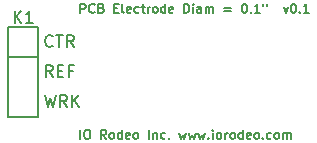
<source format=gto>
G04 (created by PCBNEW (2013-jul-07)-stable) date Sun 25 Jun 2017 04:49:44 PM PDT*
%MOIN*%
G04 Gerber Fmt 3.4, Leading zero omitted, Abs format*
%FSLAX34Y34*%
G01*
G70*
G90*
G04 APERTURE LIST*
%ADD10C,0.00590551*%
%ADD11C,0.008*%
%ADD12C,0.005*%
%ADD13C,0.006*%
G04 APERTURE END LIST*
G54D10*
G54D11*
X21728Y-23261D02*
X21823Y-23661D01*
X21900Y-23376D01*
X21976Y-23661D01*
X22071Y-23261D01*
X22452Y-23661D02*
X22319Y-23471D01*
X22223Y-23661D02*
X22223Y-23261D01*
X22376Y-23261D01*
X22414Y-23280D01*
X22433Y-23300D01*
X22452Y-23338D01*
X22452Y-23395D01*
X22433Y-23433D01*
X22414Y-23452D01*
X22376Y-23471D01*
X22223Y-23471D01*
X22623Y-23661D02*
X22623Y-23261D01*
X22852Y-23661D02*
X22680Y-23433D01*
X22852Y-23261D02*
X22623Y-23490D01*
X21971Y-22661D02*
X21838Y-22471D01*
X21742Y-22661D02*
X21742Y-22261D01*
X21895Y-22261D01*
X21933Y-22280D01*
X21952Y-22300D01*
X21971Y-22338D01*
X21971Y-22395D01*
X21952Y-22433D01*
X21933Y-22452D01*
X21895Y-22471D01*
X21742Y-22471D01*
X22142Y-22452D02*
X22276Y-22452D01*
X22333Y-22661D02*
X22142Y-22661D01*
X22142Y-22261D01*
X22333Y-22261D01*
X22638Y-22452D02*
X22504Y-22452D01*
X22504Y-22661D02*
X22504Y-22261D01*
X22695Y-22261D01*
X21971Y-21623D02*
X21952Y-21642D01*
X21895Y-21661D01*
X21857Y-21661D01*
X21800Y-21642D01*
X21761Y-21604D01*
X21742Y-21566D01*
X21723Y-21490D01*
X21723Y-21433D01*
X21742Y-21357D01*
X21761Y-21319D01*
X21800Y-21280D01*
X21857Y-21261D01*
X21895Y-21261D01*
X21952Y-21280D01*
X21971Y-21300D01*
X22085Y-21261D02*
X22314Y-21261D01*
X22200Y-21661D02*
X22200Y-21261D01*
X22676Y-21661D02*
X22542Y-21471D01*
X22447Y-21661D02*
X22447Y-21261D01*
X22600Y-21261D01*
X22638Y-21280D01*
X22657Y-21300D01*
X22676Y-21338D01*
X22676Y-21395D01*
X22657Y-21433D01*
X22638Y-21452D01*
X22600Y-21471D01*
X22447Y-21471D01*
G54D12*
X22892Y-24721D02*
X22892Y-24421D01*
X23092Y-24421D02*
X23149Y-24421D01*
X23178Y-24435D01*
X23207Y-24464D01*
X23221Y-24521D01*
X23221Y-24621D01*
X23207Y-24678D01*
X23178Y-24707D01*
X23149Y-24721D01*
X23092Y-24721D01*
X23064Y-24707D01*
X23035Y-24678D01*
X23021Y-24621D01*
X23021Y-24521D01*
X23035Y-24464D01*
X23064Y-24435D01*
X23092Y-24421D01*
X23749Y-24721D02*
X23649Y-24578D01*
X23578Y-24721D02*
X23578Y-24421D01*
X23692Y-24421D01*
X23721Y-24435D01*
X23735Y-24450D01*
X23749Y-24478D01*
X23749Y-24521D01*
X23735Y-24550D01*
X23721Y-24564D01*
X23692Y-24578D01*
X23578Y-24578D01*
X23921Y-24721D02*
X23892Y-24707D01*
X23878Y-24692D01*
X23864Y-24664D01*
X23864Y-24578D01*
X23878Y-24550D01*
X23892Y-24535D01*
X23921Y-24521D01*
X23964Y-24521D01*
X23992Y-24535D01*
X24007Y-24550D01*
X24021Y-24578D01*
X24021Y-24664D01*
X24007Y-24692D01*
X23992Y-24707D01*
X23964Y-24721D01*
X23921Y-24721D01*
X24278Y-24721D02*
X24278Y-24421D01*
X24278Y-24707D02*
X24249Y-24721D01*
X24192Y-24721D01*
X24164Y-24707D01*
X24149Y-24692D01*
X24135Y-24664D01*
X24135Y-24578D01*
X24149Y-24550D01*
X24164Y-24535D01*
X24192Y-24521D01*
X24249Y-24521D01*
X24278Y-24535D01*
X24535Y-24707D02*
X24507Y-24721D01*
X24449Y-24721D01*
X24421Y-24707D01*
X24407Y-24678D01*
X24407Y-24564D01*
X24421Y-24535D01*
X24449Y-24521D01*
X24507Y-24521D01*
X24535Y-24535D01*
X24549Y-24564D01*
X24549Y-24592D01*
X24407Y-24621D01*
X24721Y-24721D02*
X24692Y-24707D01*
X24678Y-24692D01*
X24664Y-24664D01*
X24664Y-24578D01*
X24678Y-24550D01*
X24692Y-24535D01*
X24721Y-24521D01*
X24764Y-24521D01*
X24792Y-24535D01*
X24807Y-24550D01*
X24821Y-24578D01*
X24821Y-24664D01*
X24807Y-24692D01*
X24792Y-24707D01*
X24764Y-24721D01*
X24721Y-24721D01*
X25178Y-24721D02*
X25178Y-24421D01*
X25321Y-24521D02*
X25321Y-24721D01*
X25321Y-24550D02*
X25335Y-24535D01*
X25364Y-24521D01*
X25407Y-24521D01*
X25435Y-24535D01*
X25449Y-24564D01*
X25449Y-24721D01*
X25721Y-24707D02*
X25692Y-24721D01*
X25635Y-24721D01*
X25607Y-24707D01*
X25592Y-24692D01*
X25578Y-24664D01*
X25578Y-24578D01*
X25592Y-24550D01*
X25607Y-24535D01*
X25635Y-24521D01*
X25692Y-24521D01*
X25721Y-24535D01*
X25850Y-24692D02*
X25864Y-24707D01*
X25850Y-24721D01*
X25835Y-24707D01*
X25850Y-24692D01*
X25850Y-24721D01*
X26192Y-24521D02*
X26249Y-24721D01*
X26307Y-24578D01*
X26364Y-24721D01*
X26421Y-24521D01*
X26507Y-24521D02*
X26564Y-24721D01*
X26621Y-24578D01*
X26678Y-24721D01*
X26735Y-24521D01*
X26821Y-24521D02*
X26878Y-24721D01*
X26935Y-24578D01*
X26992Y-24721D01*
X27050Y-24521D01*
X27164Y-24692D02*
X27178Y-24707D01*
X27164Y-24721D01*
X27150Y-24707D01*
X27164Y-24692D01*
X27164Y-24721D01*
X27307Y-24721D02*
X27307Y-24521D01*
X27307Y-24421D02*
X27292Y-24435D01*
X27307Y-24450D01*
X27321Y-24435D01*
X27307Y-24421D01*
X27307Y-24450D01*
X27492Y-24721D02*
X27464Y-24707D01*
X27450Y-24692D01*
X27435Y-24664D01*
X27435Y-24578D01*
X27450Y-24550D01*
X27464Y-24535D01*
X27492Y-24521D01*
X27535Y-24521D01*
X27564Y-24535D01*
X27578Y-24550D01*
X27592Y-24578D01*
X27592Y-24664D01*
X27578Y-24692D01*
X27564Y-24707D01*
X27535Y-24721D01*
X27492Y-24721D01*
X27721Y-24721D02*
X27721Y-24521D01*
X27721Y-24578D02*
X27735Y-24550D01*
X27750Y-24535D01*
X27778Y-24521D01*
X27807Y-24521D01*
X27950Y-24721D02*
X27921Y-24707D01*
X27907Y-24692D01*
X27892Y-24664D01*
X27892Y-24578D01*
X27907Y-24550D01*
X27921Y-24535D01*
X27950Y-24521D01*
X27992Y-24521D01*
X28021Y-24535D01*
X28035Y-24550D01*
X28050Y-24578D01*
X28050Y-24664D01*
X28035Y-24692D01*
X28021Y-24707D01*
X27992Y-24721D01*
X27950Y-24721D01*
X28307Y-24721D02*
X28307Y-24421D01*
X28307Y-24707D02*
X28278Y-24721D01*
X28221Y-24721D01*
X28192Y-24707D01*
X28178Y-24692D01*
X28164Y-24664D01*
X28164Y-24578D01*
X28178Y-24550D01*
X28192Y-24535D01*
X28221Y-24521D01*
X28278Y-24521D01*
X28307Y-24535D01*
X28564Y-24707D02*
X28535Y-24721D01*
X28478Y-24721D01*
X28450Y-24707D01*
X28435Y-24678D01*
X28435Y-24564D01*
X28450Y-24535D01*
X28478Y-24521D01*
X28535Y-24521D01*
X28564Y-24535D01*
X28578Y-24564D01*
X28578Y-24592D01*
X28435Y-24621D01*
X28750Y-24721D02*
X28721Y-24707D01*
X28707Y-24692D01*
X28692Y-24664D01*
X28692Y-24578D01*
X28707Y-24550D01*
X28721Y-24535D01*
X28750Y-24521D01*
X28792Y-24521D01*
X28821Y-24535D01*
X28835Y-24550D01*
X28850Y-24578D01*
X28850Y-24664D01*
X28835Y-24692D01*
X28821Y-24707D01*
X28792Y-24721D01*
X28750Y-24721D01*
X28978Y-24692D02*
X28992Y-24707D01*
X28978Y-24721D01*
X28964Y-24707D01*
X28978Y-24692D01*
X28978Y-24721D01*
X29250Y-24707D02*
X29221Y-24721D01*
X29164Y-24721D01*
X29135Y-24707D01*
X29121Y-24692D01*
X29107Y-24664D01*
X29107Y-24578D01*
X29121Y-24550D01*
X29135Y-24535D01*
X29164Y-24521D01*
X29221Y-24521D01*
X29250Y-24535D01*
X29421Y-24721D02*
X29392Y-24707D01*
X29378Y-24692D01*
X29364Y-24664D01*
X29364Y-24578D01*
X29378Y-24550D01*
X29392Y-24535D01*
X29421Y-24521D01*
X29464Y-24521D01*
X29492Y-24535D01*
X29507Y-24550D01*
X29521Y-24578D01*
X29521Y-24664D01*
X29507Y-24692D01*
X29492Y-24707D01*
X29464Y-24721D01*
X29421Y-24721D01*
X29650Y-24721D02*
X29650Y-24521D01*
X29650Y-24550D02*
X29664Y-24535D01*
X29692Y-24521D01*
X29735Y-24521D01*
X29764Y-24535D01*
X29778Y-24564D01*
X29778Y-24721D01*
X29778Y-24564D02*
X29792Y-24535D01*
X29821Y-24521D01*
X29864Y-24521D01*
X29892Y-24535D01*
X29907Y-24564D01*
X29907Y-24721D01*
X22900Y-20521D02*
X22900Y-20221D01*
X23014Y-20221D01*
X23042Y-20235D01*
X23057Y-20250D01*
X23071Y-20278D01*
X23071Y-20321D01*
X23057Y-20350D01*
X23042Y-20364D01*
X23014Y-20378D01*
X22900Y-20378D01*
X23371Y-20492D02*
X23357Y-20507D01*
X23314Y-20521D01*
X23285Y-20521D01*
X23242Y-20507D01*
X23214Y-20478D01*
X23200Y-20450D01*
X23185Y-20392D01*
X23185Y-20350D01*
X23200Y-20292D01*
X23214Y-20264D01*
X23242Y-20235D01*
X23285Y-20221D01*
X23314Y-20221D01*
X23357Y-20235D01*
X23371Y-20250D01*
X23600Y-20364D02*
X23642Y-20378D01*
X23657Y-20392D01*
X23671Y-20421D01*
X23671Y-20464D01*
X23657Y-20492D01*
X23642Y-20507D01*
X23614Y-20521D01*
X23500Y-20521D01*
X23500Y-20221D01*
X23600Y-20221D01*
X23628Y-20235D01*
X23642Y-20250D01*
X23657Y-20278D01*
X23657Y-20307D01*
X23642Y-20335D01*
X23628Y-20350D01*
X23600Y-20364D01*
X23500Y-20364D01*
X24028Y-20364D02*
X24128Y-20364D01*
X24171Y-20521D02*
X24028Y-20521D01*
X24028Y-20221D01*
X24171Y-20221D01*
X24342Y-20521D02*
X24314Y-20507D01*
X24300Y-20478D01*
X24300Y-20221D01*
X24571Y-20507D02*
X24542Y-20521D01*
X24485Y-20521D01*
X24457Y-20507D01*
X24442Y-20478D01*
X24442Y-20364D01*
X24457Y-20335D01*
X24485Y-20321D01*
X24542Y-20321D01*
X24571Y-20335D01*
X24585Y-20364D01*
X24585Y-20392D01*
X24442Y-20421D01*
X24842Y-20507D02*
X24814Y-20521D01*
X24757Y-20521D01*
X24728Y-20507D01*
X24714Y-20492D01*
X24700Y-20464D01*
X24700Y-20378D01*
X24714Y-20350D01*
X24728Y-20335D01*
X24757Y-20321D01*
X24814Y-20321D01*
X24842Y-20335D01*
X24928Y-20321D02*
X25042Y-20321D01*
X24971Y-20221D02*
X24971Y-20478D01*
X24985Y-20507D01*
X25014Y-20521D01*
X25042Y-20521D01*
X25142Y-20521D02*
X25142Y-20321D01*
X25142Y-20378D02*
X25157Y-20350D01*
X25171Y-20335D01*
X25200Y-20321D01*
X25228Y-20321D01*
X25371Y-20521D02*
X25342Y-20507D01*
X25328Y-20492D01*
X25314Y-20464D01*
X25314Y-20378D01*
X25328Y-20350D01*
X25342Y-20335D01*
X25371Y-20321D01*
X25414Y-20321D01*
X25442Y-20335D01*
X25457Y-20350D01*
X25471Y-20378D01*
X25471Y-20464D01*
X25457Y-20492D01*
X25442Y-20507D01*
X25414Y-20521D01*
X25371Y-20521D01*
X25728Y-20521D02*
X25728Y-20221D01*
X25728Y-20507D02*
X25700Y-20521D01*
X25642Y-20521D01*
X25614Y-20507D01*
X25600Y-20492D01*
X25585Y-20464D01*
X25585Y-20378D01*
X25600Y-20350D01*
X25614Y-20335D01*
X25642Y-20321D01*
X25700Y-20321D01*
X25728Y-20335D01*
X25985Y-20507D02*
X25957Y-20521D01*
X25900Y-20521D01*
X25871Y-20507D01*
X25857Y-20478D01*
X25857Y-20364D01*
X25871Y-20335D01*
X25900Y-20321D01*
X25957Y-20321D01*
X25985Y-20335D01*
X26000Y-20364D01*
X26000Y-20392D01*
X25857Y-20421D01*
X26357Y-20521D02*
X26357Y-20221D01*
X26428Y-20221D01*
X26471Y-20235D01*
X26500Y-20264D01*
X26514Y-20292D01*
X26528Y-20350D01*
X26528Y-20392D01*
X26514Y-20450D01*
X26500Y-20478D01*
X26471Y-20507D01*
X26428Y-20521D01*
X26357Y-20521D01*
X26657Y-20521D02*
X26657Y-20321D01*
X26657Y-20221D02*
X26642Y-20235D01*
X26657Y-20250D01*
X26671Y-20235D01*
X26657Y-20221D01*
X26657Y-20250D01*
X26928Y-20521D02*
X26928Y-20364D01*
X26914Y-20335D01*
X26885Y-20321D01*
X26828Y-20321D01*
X26800Y-20335D01*
X26928Y-20507D02*
X26900Y-20521D01*
X26828Y-20521D01*
X26800Y-20507D01*
X26785Y-20478D01*
X26785Y-20450D01*
X26800Y-20421D01*
X26828Y-20407D01*
X26900Y-20407D01*
X26928Y-20392D01*
X27071Y-20521D02*
X27071Y-20321D01*
X27071Y-20350D02*
X27085Y-20335D01*
X27114Y-20321D01*
X27157Y-20321D01*
X27185Y-20335D01*
X27200Y-20364D01*
X27200Y-20521D01*
X27200Y-20364D02*
X27214Y-20335D01*
X27242Y-20321D01*
X27285Y-20321D01*
X27314Y-20335D01*
X27328Y-20364D01*
X27328Y-20521D01*
X27700Y-20364D02*
X27928Y-20364D01*
X27928Y-20450D02*
X27700Y-20450D01*
X28357Y-20221D02*
X28385Y-20221D01*
X28414Y-20235D01*
X28428Y-20250D01*
X28442Y-20278D01*
X28457Y-20335D01*
X28457Y-20407D01*
X28442Y-20464D01*
X28428Y-20492D01*
X28414Y-20507D01*
X28385Y-20521D01*
X28357Y-20521D01*
X28328Y-20507D01*
X28314Y-20492D01*
X28300Y-20464D01*
X28285Y-20407D01*
X28285Y-20335D01*
X28300Y-20278D01*
X28314Y-20250D01*
X28328Y-20235D01*
X28357Y-20221D01*
X28585Y-20492D02*
X28600Y-20507D01*
X28585Y-20521D01*
X28571Y-20507D01*
X28585Y-20492D01*
X28585Y-20521D01*
X28885Y-20521D02*
X28714Y-20521D01*
X28800Y-20521D02*
X28800Y-20221D01*
X28771Y-20264D01*
X28742Y-20292D01*
X28714Y-20307D01*
X29000Y-20221D02*
X29000Y-20278D01*
X29114Y-20221D02*
X29114Y-20278D01*
X29671Y-20321D02*
X29742Y-20521D01*
X29814Y-20321D01*
X29985Y-20221D02*
X30014Y-20221D01*
X30042Y-20235D01*
X30057Y-20250D01*
X30071Y-20278D01*
X30085Y-20335D01*
X30085Y-20407D01*
X30071Y-20464D01*
X30057Y-20492D01*
X30042Y-20507D01*
X30014Y-20521D01*
X29985Y-20521D01*
X29957Y-20507D01*
X29942Y-20492D01*
X29928Y-20464D01*
X29914Y-20407D01*
X29914Y-20335D01*
X29928Y-20278D01*
X29942Y-20250D01*
X29957Y-20235D01*
X29985Y-20221D01*
X30214Y-20492D02*
X30228Y-20507D01*
X30214Y-20521D01*
X30200Y-20507D01*
X30214Y-20492D01*
X30214Y-20521D01*
X30514Y-20521D02*
X30342Y-20521D01*
X30428Y-20521D02*
X30428Y-20221D01*
X30400Y-20264D01*
X30371Y-20292D01*
X30342Y-20307D01*
G54D13*
X20500Y-21000D02*
X21500Y-21000D01*
X21500Y-21000D02*
X21500Y-24000D01*
X21500Y-24000D02*
X20500Y-24000D01*
X20500Y-24000D02*
X20500Y-21000D01*
X21500Y-22000D02*
X20500Y-22000D01*
X20704Y-20861D02*
X20704Y-20461D01*
X20933Y-20861D02*
X20761Y-20633D01*
X20933Y-20461D02*
X20704Y-20690D01*
X21314Y-20861D02*
X21085Y-20861D01*
X21200Y-20861D02*
X21200Y-20461D01*
X21161Y-20519D01*
X21123Y-20557D01*
X21085Y-20576D01*
M02*

</source>
